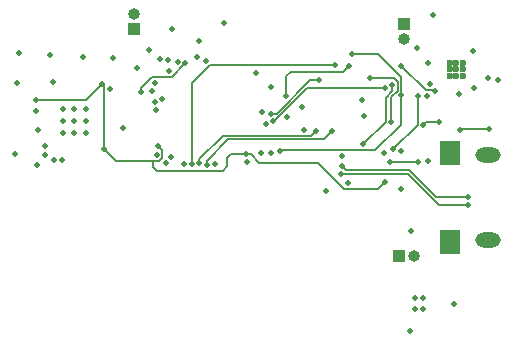
<source format=gbr>
%TF.GenerationSoftware,KiCad,Pcbnew,(5.1.9-0-10_14)*%
%TF.CreationDate,2021-08-08T20:33:52+02:00*%
%TF.ProjectId,Leo_muziekdoos,4c656f5f-6d75-47a6-9965-6b646f6f732e,rev?*%
%TF.SameCoordinates,Original*%
%TF.FileFunction,Copper,L3,Inr*%
%TF.FilePolarity,Positive*%
%FSLAX46Y46*%
G04 Gerber Fmt 4.6, Leading zero omitted, Abs format (unit mm)*
G04 Created by KiCad (PCBNEW (5.1.9-0-10_14)) date 2021-08-08 20:33:52*
%MOMM*%
%LPD*%
G01*
G04 APERTURE LIST*
%TA.AperFunction,ComponentPad*%
%ADD10C,0.600000*%
%TD*%
%TA.AperFunction,ComponentPad*%
%ADD11O,1.000000X1.000000*%
%TD*%
%TA.AperFunction,ComponentPad*%
%ADD12R,1.000000X1.000000*%
%TD*%
%TA.AperFunction,ComponentPad*%
%ADD13R,1.800000X2.000000*%
%TD*%
%TA.AperFunction,ComponentPad*%
%ADD14O,2.150000X1.300000*%
%TD*%
%TA.AperFunction,ComponentPad*%
%ADD15C,0.500000*%
%TD*%
%TA.AperFunction,ViaPad*%
%ADD16C,0.500000*%
%TD*%
%TA.AperFunction,Conductor*%
%ADD17C,0.152400*%
%TD*%
%TA.AperFunction,Conductor*%
%ADD18C,0.203200*%
%TD*%
G04 APERTURE END LIST*
D10*
%TO.N,GND*%
%TO.C,U5*%
X79594800Y-68944400D03*
X79594800Y-69494400D03*
X79594800Y-70044400D03*
X79044800Y-68944400D03*
X79044800Y-69494400D03*
X79044800Y-70044400D03*
X78494800Y-68944400D03*
X78494800Y-69494400D03*
X78494800Y-70044400D03*
%TD*%
D11*
%TO.N,Net-(C23-Pad2)*%
%TO.C,J4*%
X51816000Y-64820800D03*
D12*
%TO.N,Net-(C20-Pad2)*%
X51816000Y-66090800D03*
%TD*%
D11*
%TO.N,/I2S_DAC_AMP/SPK_OUT-*%
%TO.C,J3*%
X74625200Y-66903600D03*
D12*
%TO.N,/I2S_DAC_AMP/SPKOUT+*%
X74625200Y-65633600D03*
%TD*%
D11*
%TO.N,GND*%
%TO.C,J1*%
X75501500Y-85280500D03*
D12*
%TO.N,+BATT*%
X74231500Y-85280500D03*
%TD*%
D13*
%TO.N,GND*%
%TO.C,J2*%
X78551800Y-84140200D03*
D14*
X81711800Y-83940200D03*
D13*
X78551800Y-76540200D03*
D14*
X81711800Y-76740200D03*
%TD*%
D15*
%TO.N,GND*%
%TO.C,U3*%
X45736000Y-74850500D03*
X45736000Y-73850500D03*
X45736000Y-72850500D03*
X46736000Y-74850500D03*
X46736000Y-73850500D03*
X46736000Y-72850500D03*
X47736000Y-74850500D03*
X47736000Y-73850500D03*
X47736000Y-72850500D03*
%TD*%
D16*
%TO.N,GND*%
X65976500Y-72644000D03*
X42020787Y-68060491D03*
X41859200Y-70612000D03*
X44932600Y-70535800D03*
X50035400Y-68506280D03*
X55013860Y-66106040D03*
X63400500Y-70965500D03*
X50859029Y-74430229D03*
X77114400Y-64922400D03*
X71081900Y-72072500D03*
X57302400Y-67094000D03*
X57099200Y-68401213D03*
X59385200Y-65557400D03*
X69860200Y-79080400D03*
X68001797Y-79775363D03*
X75742800Y-67716400D03*
X80518000Y-67945000D03*
X79298800Y-71577200D03*
X72939150Y-76569069D03*
X82626198Y-70408800D03*
X78867000Y-89357200D03*
X75565000Y-88874600D03*
X76225400Y-88874600D03*
X76225400Y-89814400D03*
X75565000Y-89814400D03*
X43557576Y-77610033D03*
X49780010Y-71160506D03*
X53686794Y-76728634D03*
X76622097Y-71757249D03*
%TO.N,/CPU/ADC1_IN2*%
X71268410Y-73456800D03*
X54725821Y-69631038D03*
%TO.N,+BATT*%
X71729600Y-70256400D03*
X64774284Y-73559478D03*
X75260200Y-83134200D03*
X74371200Y-79654400D03*
X74414750Y-76427588D03*
X73558400Y-73939400D03*
%TO.N,/Power/PSU_BTN_RAW*%
X70235040Y-68144160D03*
X74405149Y-71686205D03*
X64109600Y-76377800D03*
%TO.N,+3V3*%
X43449240Y-72044560D03*
X62079039Y-69769810D03*
X49225200Y-76200000D03*
X77597000Y-73964800D03*
X73025000Y-79044800D03*
X76274981Y-74224980D03*
X81711800Y-70230996D03*
X54660800Y-68681600D03*
X52004617Y-69400778D03*
X49046461Y-70687585D03*
X61247900Y-76640300D03*
X53848000Y-75946000D03*
%TO.N,Net-(C17-Pad2)*%
X44640500Y-68237100D03*
X47447200Y-68478400D03*
%TO.N,/CPU/NRST*%
X53086000Y-67818000D03*
X57843810Y-68757800D03*
%TO.N,/Power/CHG_STAT_LED*%
X81813400Y-74574400D03*
X79375000Y-74599800D03*
%TO.N,/Power/PSU_EN*%
X75797702Y-71750902D03*
X73730039Y-76225400D03*
%TO.N,/CPU/USB_D-*%
X80060800Y-80949800D03*
X69337573Y-78331101D03*
%TO.N,/CPU/USB_D+*%
X69357494Y-77674165D03*
X80067261Y-80286536D03*
%TO.N,/CPU/SDIO_D0*%
X70002400Y-69189600D03*
X64687840Y-71710162D03*
%TO.N,/CPU/SDIO_CLK*%
X68783200Y-69088000D03*
X56673961Y-77491134D03*
%TO.N,/CPU/SDIO_CMD*%
X54121622Y-71954609D03*
X66146061Y-74619187D03*
%TO.N,/CPU/SDIO_D3*%
X67411600Y-70408800D03*
X63347600Y-73228200D03*
%TO.N,/CPU/SDIO_D2*%
X68570183Y-74695618D03*
X57964761Y-77566646D03*
%TO.N,/CPU/SDIO_D1*%
X67208400Y-74695620D03*
X57324477Y-77441432D03*
%TO.N,/CPU/MEAS_EN*%
X63582839Y-73895239D03*
X73025000Y-71069200D03*
%TO.N,/CPU/BTN_PWR*%
X63355589Y-76551822D03*
X53643012Y-72921896D03*
%TO.N,/CPU/PW_HOLD*%
X69367400Y-76835000D03*
X56021815Y-77509736D03*
%TO.N,/Power/PSU_EN_BUF*%
X75819000Y-77343000D03*
X73431400Y-77343000D03*
%TO.N,Net-(R5-Pad2)*%
X76631800Y-77241400D03*
X75145200Y-91629800D03*
%TO.N,/I2S_DAC_AMP/I2S_SD_MODE*%
X80543400Y-71043800D03*
X53963496Y-68568597D03*
%TO.N,/CPU/NFC_RX*%
X43459400Y-73012300D03*
X62619971Y-73066721D03*
%TO.N,/CPU/NFC_MISO*%
X62957448Y-74081055D03*
X44268334Y-75954000D03*
%TO.N,/CPU/SWCLK*%
X62509396Y-76530200D03*
%TO.N,/CPU/SWDIO*%
X61321702Y-77315742D03*
%TO.N,/CPU/NFC_TX*%
X43657520Y-74615040D03*
X58616639Y-77540267D03*
%TO.N,/CPU/DAC_BCLK*%
X54517514Y-77436195D03*
X76802011Y-70749238D03*
%TO.N,/CPU/DAC_LRCK*%
X76657200Y-68935600D03*
X54940200Y-76936600D03*
%TO.N,/CPU/NFC_SPI_MOSI*%
X53553212Y-72274845D03*
X45011340Y-77173663D03*
%TO.N,/CPU/NFC_SPI_SCK*%
X53340000Y-71323200D03*
X45702579Y-77173663D03*
%TO.N,/CPU/NFC_SPI_CS*%
X53543200Y-70662800D03*
X44211327Y-76695053D03*
%TO.N,/CPU/DAC_DATA*%
X74422000Y-69189600D03*
X55484250Y-68828020D03*
X77284650Y-71306707D03*
%TO.N,Net-(JP2-Pad2)*%
X41719500Y-76624180D03*
%TO.N,Net-(Q1-Pad3)*%
X73621728Y-70800593D03*
X71181267Y-75813611D03*
%TO.N,/CPU/HALL_OUT*%
X52338171Y-71422234D03*
X56126165Y-68944524D03*
%TD*%
D17*
%TO.N,+BATT*%
X73558400Y-71824622D02*
X73558400Y-73939400D01*
X74100338Y-71282684D02*
X73558400Y-71824622D01*
X74100338Y-70569738D02*
X74100338Y-71282684D01*
X73787000Y-70256400D02*
X74100338Y-70569738D01*
X71729600Y-70256400D02*
X73787000Y-70256400D01*
%TO.N,/Power/PSU_BTN_RAW*%
X70154800Y-68063920D02*
X70235040Y-68144160D01*
X70235040Y-68144160D02*
X72418685Y-68144160D01*
X72418685Y-68144160D02*
X74405149Y-70130624D01*
X74405149Y-70130624D02*
X74405149Y-71686205D01*
X72223205Y-76352400D02*
X64135000Y-76352400D01*
X74405149Y-74170456D02*
X72223205Y-76352400D01*
X64135000Y-76352400D02*
X64109600Y-76377800D01*
X74405149Y-71686205D02*
X74405149Y-74170456D01*
D18*
%TO.N,+3V3*%
X77597000Y-73964800D02*
X76535161Y-73964800D01*
X76535161Y-73964800D02*
X76274981Y-74224980D01*
X43449240Y-72044560D02*
X47689486Y-72044560D01*
X47689486Y-72044560D02*
X49046461Y-70687585D01*
X72470201Y-79599599D02*
X73025000Y-79044800D01*
X69541199Y-79599599D02*
X72470201Y-79599599D01*
X62398427Y-77376027D02*
X67317627Y-77376027D01*
X67317627Y-77376027D02*
X69541199Y-79599599D01*
X49225200Y-70866324D02*
X49046461Y-70687585D01*
X49225200Y-76200000D02*
X49225200Y-70866324D01*
X62398427Y-77376027D02*
X61662700Y-76640300D01*
X61662700Y-76640300D02*
X61247900Y-76640300D01*
X50266600Y-77241400D02*
X53390800Y-77241400D01*
X49225200Y-76200000D02*
X50266600Y-77241400D01*
X54190795Y-76288795D02*
X53848000Y-75946000D01*
X54190795Y-76970555D02*
X54190795Y-76288795D01*
X53919950Y-77241400D02*
X54190795Y-76970555D01*
X53390800Y-77241400D02*
X53919950Y-77241400D01*
X53390800Y-77749400D02*
X53390800Y-77241400D01*
X53715163Y-78073763D02*
X53390800Y-77749400D01*
X59289437Y-78073763D02*
X53715163Y-78073763D01*
X59690000Y-76962000D02*
X59690000Y-77673200D01*
X59690000Y-77673200D02*
X59289437Y-78073763D01*
X60011700Y-76640300D02*
X59690000Y-76962000D01*
X61247900Y-76640300D02*
X60011700Y-76640300D01*
D17*
%TO.N,/Power/CHG_STAT_LED*%
X81813400Y-74574400D02*
X79400400Y-74574400D01*
X79400400Y-74574400D02*
X79375000Y-74599800D01*
%TO.N,/Power/PSU_EN*%
X75797702Y-71750902D02*
X75797702Y-74157737D01*
X75797702Y-74157737D02*
X73730039Y-76225400D01*
%TO.N,/CPU/USB_D-*%
X74956145Y-78333611D02*
X69340083Y-78333611D01*
X80060800Y-80949800D02*
X77572334Y-80949800D01*
X69340083Y-78333611D02*
X69337573Y-78331101D01*
X77572334Y-80949800D02*
X74956145Y-78333611D01*
%TO.N,/CPU/USB_D+*%
X77340136Y-80286536D02*
X80067261Y-80286536D01*
X75082400Y-78028800D02*
X77340136Y-80286536D01*
X69357494Y-77674165D02*
X69712129Y-78028800D01*
X69712129Y-78028800D02*
X75082400Y-78028800D01*
%TO.N,/CPU/SDIO_D0*%
X65057331Y-69715069D02*
X64687840Y-70084560D01*
X64687840Y-70084560D02*
X64687840Y-71710162D01*
X69476931Y-69715069D02*
X65057331Y-69715069D01*
X70002400Y-69189600D02*
X69476931Y-69715069D01*
%TO.N,/CPU/SDIO_CLK*%
X68783200Y-69088000D02*
X58191400Y-69088000D01*
X56673961Y-70605439D02*
X56673961Y-77491134D01*
X58191400Y-69088000D02*
X56673961Y-70605439D01*
%TO.N,/CPU/SDIO_D3*%
X66672953Y-70408800D02*
X63853553Y-73228200D01*
X63853553Y-73228200D02*
X63347600Y-73228200D01*
X67411600Y-70408800D02*
X66672953Y-70408800D01*
%TO.N,/CPU/SDIO_D2*%
X67849203Y-75416598D02*
X59761256Y-75416598D01*
X57964761Y-77213093D02*
X57964761Y-77566646D01*
X59761256Y-75416598D02*
X57964761Y-77213093D01*
X68570183Y-74695618D02*
X67849203Y-75416598D01*
%TO.N,/CPU/SDIO_D1*%
X57324477Y-77087879D02*
X57324477Y-77441432D01*
X67208400Y-74695620D02*
X66792233Y-75111787D01*
X66792233Y-75111787D02*
X59300569Y-75111787D01*
X59300569Y-75111787D02*
X57324477Y-77087879D01*
%TO.N,/CPU/MEAS_EN*%
X63617580Y-73895239D02*
X63582839Y-73895239D01*
X66443619Y-71069200D02*
X63617580Y-73895239D01*
X73025000Y-71069200D02*
X66443619Y-71069200D01*
%TO.N,/Power/PSU_EN_BUF*%
X75819000Y-77343000D02*
X73431400Y-77343000D01*
D18*
%TO.N,/CPU/DAC_DATA*%
X74422000Y-69189600D02*
X76485639Y-71253239D01*
X77231182Y-71253239D02*
X77284650Y-71306707D01*
X76485639Y-71253239D02*
X77231182Y-71253239D01*
D17*
%TO.N,Net-(Q1-Pad3)*%
X73621728Y-71330227D02*
X73079798Y-71872157D01*
X73079798Y-73915080D02*
X71181267Y-75813611D01*
X73079798Y-71872157D02*
X73079798Y-73915080D01*
X73621728Y-70800593D02*
X73621728Y-71330227D01*
%TO.N,/CPU/HALL_OUT*%
X52338171Y-71068681D02*
X53297213Y-70109639D01*
X53297213Y-70109639D02*
X54961050Y-70109639D01*
X52338171Y-71422234D02*
X52338171Y-71068681D01*
X54961050Y-70109639D02*
X56126165Y-68944524D01*
%TD*%
M02*

</source>
